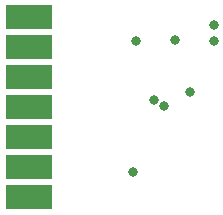
<source format=gbs>
G04 Layer_Color=8150272*
%FSLAX25Y25*%
%MOIN*%
G70*
G01*
G75*
%ADD21R,0.15800X0.08400*%
%ADD25C,0.03200*%
D21*
X112500Y255000D02*
D03*
Y265000D02*
D03*
Y275000D02*
D03*
Y285000D02*
D03*
Y295000D02*
D03*
Y305000D02*
D03*
Y315000D02*
D03*
D25*
X161000Y307500D02*
D03*
X174000Y312500D02*
D03*
Y307000D02*
D03*
X148000D02*
D03*
X166000Y290000D02*
D03*
X147000Y263500D02*
D03*
X154000Y287500D02*
D03*
X157500Y285500D02*
D03*
M02*

</source>
